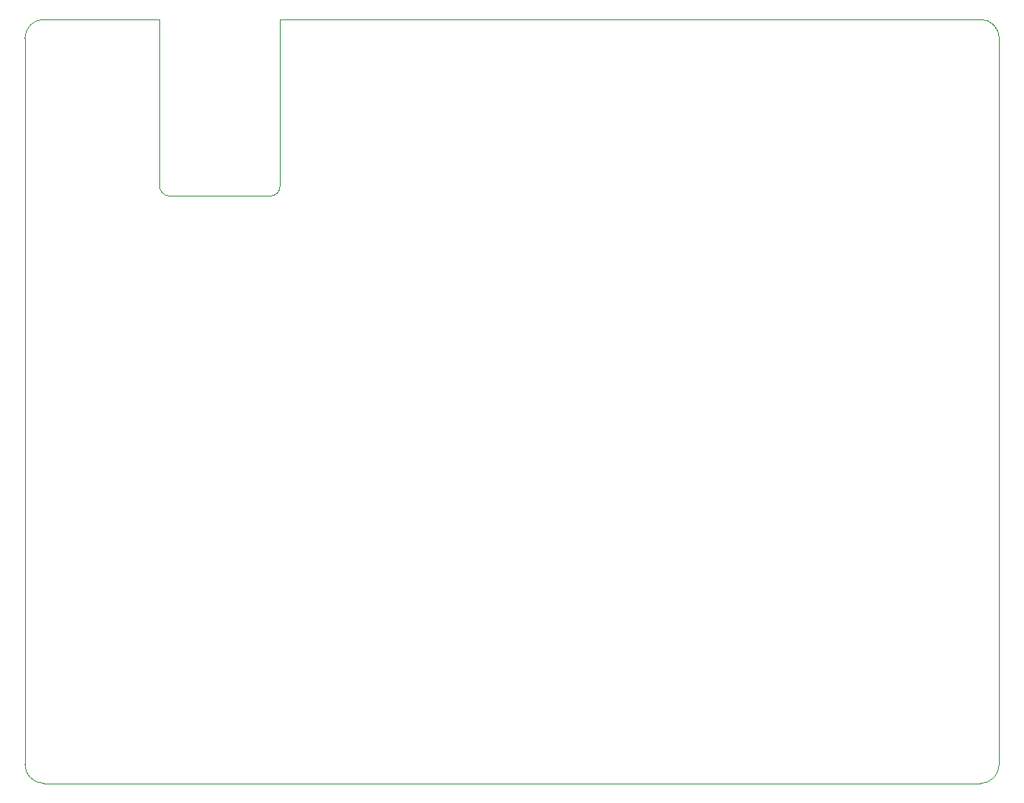
<source format=gbr>
%TF.GenerationSoftware,KiCad,Pcbnew,(6.0.4)*%
%TF.CreationDate,2022-05-17T18:27:42+01:00*%
%TF.ProjectId,MacroPad,4d616372-6f50-4616-942e-6b696361645f,rev?*%
%TF.SameCoordinates,Original*%
%TF.FileFunction,Profile,NP*%
%FSLAX46Y46*%
G04 Gerber Fmt 4.6, Leading zero omitted, Abs format (unit mm)*
G04 Created by KiCad (PCBNEW (6.0.4)) date 2022-05-17 18:27:42*
%MOMM*%
%LPD*%
G01*
G04 APERTURE LIST*
%TA.AperFunction,Profile*%
%ADD10C,0.100000*%
%TD*%
G04 APERTURE END LIST*
D10*
X208000000Y-130000000D02*
G75*
G03*
X210000000Y-128000000I0J2000000D01*
G01*
X110000000Y-50000000D02*
X122108000Y-50000000D01*
X134708000Y-50000000D02*
X208000000Y-50000000D01*
X210000000Y-128000000D02*
X210000000Y-52000000D01*
X108000000Y-128000000D02*
X108000000Y-52000000D01*
X110000000Y-50000000D02*
G75*
G03*
X108000000Y-52000000I0J-2000000D01*
G01*
X208000000Y-130000000D02*
X110000000Y-130000000D01*
X108000000Y-128000000D02*
G75*
G03*
X110000000Y-130000000I2000000J0D01*
G01*
X134708000Y-51568600D02*
X134708000Y-50000000D01*
X210000000Y-52000000D02*
G75*
G03*
X208000000Y-50000000I-2000000J0D01*
G01*
X122108000Y-50000000D02*
X122108000Y-51568600D01*
%TO.C,PCB1*%
X122108000Y-67488600D02*
X122108000Y-51568600D01*
X134708000Y-51568600D02*
X134708000Y-67488600D01*
X133708000Y-68488600D02*
X123108000Y-68488600D01*
X133708000Y-68488600D02*
G75*
G03*
X134708000Y-67488600I0J1000000D01*
G01*
X122108000Y-67488600D02*
G75*
G03*
X123108000Y-68488600I1000000J0D01*
G01*
%TD*%
M02*

</source>
